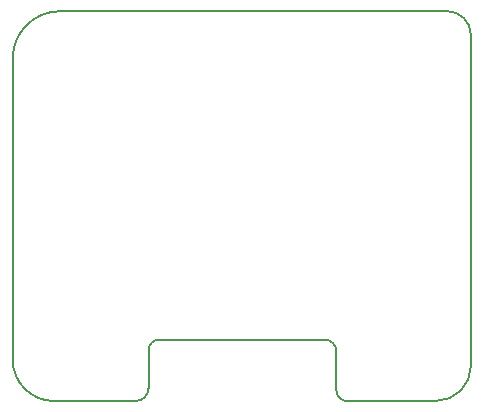
<source format=gm1>
G04 #@! TF.GenerationSoftware,KiCad,Pcbnew,(6.0.4)*
G04 #@! TF.CreationDate,2023-01-21T10:49:56-06:00*
G04 #@! TF.ProjectId,BPS-ShuntResistor,4250532d-5368-4756-9e74-526573697374,rev?*
G04 #@! TF.SameCoordinates,Original*
G04 #@! TF.FileFunction,Profile,NP*
%FSLAX46Y46*%
G04 Gerber Fmt 4.6, Leading zero omitted, Abs format (unit mm)*
G04 Created by KiCad (PCBNEW (6.0.4)) date 2023-01-21 10:49:56*
%MOMM*%
%LPD*%
G01*
G04 APERTURE LIST*
G04 #@! TA.AperFunction,Profile*
%ADD10C,0.200000*%
G04 #@! TD*
G04 APERTURE END LIST*
D10*
X142900000Y-125000000D02*
X142900000Y-128300000D01*
X154300000Y-126200000D02*
X154300469Y-99698870D01*
X143800000Y-129200000D02*
X151300000Y-129200000D01*
X154300000Y-98200000D02*
X154300469Y-99698870D01*
X142900000Y-125000000D02*
G75*
G03*
X141900000Y-124000000I-1000000J0D01*
G01*
X115500000Y-100200000D02*
X115500000Y-125700000D01*
X115500000Y-125700000D02*
G75*
G03*
X119000000Y-129200000I3500000J0D01*
G01*
X142900000Y-128300000D02*
G75*
G03*
X143800000Y-129200000I900000J0D01*
G01*
X119000000Y-129200000D02*
X125900000Y-129200000D01*
X152300000Y-96200000D02*
X150300000Y-96200000D01*
X125900000Y-129200000D02*
G75*
G03*
X127000000Y-128100000I0J1100000D01*
G01*
X119500000Y-96200000D02*
G75*
G03*
X115500000Y-100200000I0J-4000000D01*
G01*
X151300000Y-129200000D02*
G75*
G03*
X154300000Y-126200000I0J3000000D01*
G01*
X127900000Y-124000000D02*
G75*
G03*
X127000000Y-124900000I0J-900000D01*
G01*
X127000000Y-128100000D02*
X127000000Y-124900000D01*
X154300000Y-98200000D02*
G75*
G03*
X152300000Y-96200000I-2000000J0D01*
G01*
X127900000Y-124000000D02*
X141900000Y-124000000D01*
X150300000Y-96200000D02*
X119500000Y-96200000D01*
M02*

</source>
